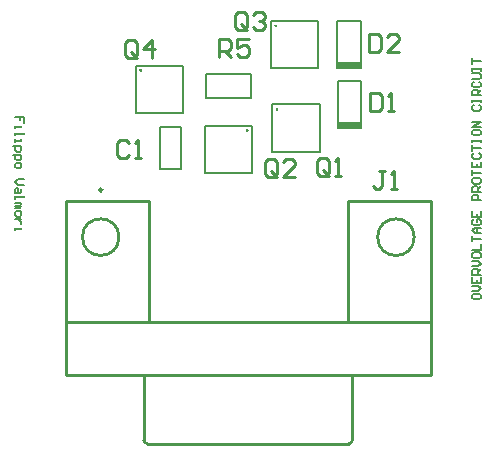
<source format=gto>
G04*
G04 #@! TF.GenerationSoftware,Altium Limited,Altium Designer,18.1.7 (191)*
G04*
G04 Layer_Color=65535*
%FSLAX44Y44*%
%MOMM*%
G71*
G01*
G75*
%ADD10C,0.2540*%
%ADD11C,0.2900*%
%ADD12C,0.2000*%
%ADD13C,0.1500*%
%ADD14R,2.0000X0.5000*%
D10*
X234429Y297571D02*
G03*
X234600Y297500I71J-71D01*
G01*
X235429Y227071D02*
G03*
X235600Y227000I71J-71D01*
G01*
X210321Y208821D02*
G03*
X210250Y208650I-71J-71D01*
G01*
X119929Y259821D02*
G03*
X120100Y259750I71J-71D01*
G01*
X122700Y-53350D02*
G03*
X125528Y-56178I2828J0D01*
G01*
X351700Y118650D02*
G03*
X351700Y118650I-15500J0D01*
G01*
X101700D02*
G03*
X101700Y118650I-15500J0D01*
G01*
X296372Y-56178D02*
G03*
X299200Y-53350I0J2828D01*
G01*
Y900D01*
X122700Y-53350D02*
Y650D01*
X126700Y46650D02*
Y149650D01*
X295700D02*
X365700D01*
X56700D02*
X126700D01*
X56700Y1650D02*
X365700D01*
X56700D02*
Y149650D01*
X365700Y1650D02*
Y149650D01*
X56700Y46650D02*
X365700D01*
X295700D02*
Y149650D01*
X125528Y-56178D02*
X296372D01*
X279157Y172539D02*
Y182696D01*
X276618Y185235D01*
X271539D01*
X269000Y182696D01*
Y172539D01*
X271539Y170000D01*
X276618D01*
X274078Y175078D02*
X279157Y170000D01*
X276618D02*
X279157Y172539D01*
X284235Y170000D02*
X289313D01*
X286774D01*
Y185235D01*
X284235Y182696D01*
X117157Y272539D02*
Y282696D01*
X114618Y285235D01*
X109539D01*
X107000Y282696D01*
Y272539D01*
X109539Y270000D01*
X114618D01*
X112078Y275078D02*
X117157Y270000D01*
X114618D02*
X117157Y272539D01*
X129853Y270000D02*
Y285235D01*
X122235Y277617D01*
X132392D01*
X326657Y174485D02*
X321578D01*
X324118D01*
Y161789D01*
X321578Y159250D01*
X319039D01*
X316500Y161789D01*
X331735Y159250D02*
X336813D01*
X334274D01*
Y174485D01*
X331735Y171946D01*
X186000Y270750D02*
Y285985D01*
X193617D01*
X196157Y283446D01*
Y278368D01*
X193617Y275828D01*
X186000D01*
X191078D02*
X196157Y270750D01*
X211392Y285985D02*
X201235D01*
Y278368D01*
X206313Y280907D01*
X208853D01*
X211392Y278368D01*
Y273289D01*
X208853Y270750D01*
X203774D01*
X201235Y273289D01*
X210157Y296539D02*
Y306696D01*
X207617Y309235D01*
X202539D01*
X200000Y306696D01*
Y296539D01*
X202539Y294000D01*
X207617D01*
X205078Y299078D02*
X210157Y294000D01*
X207617D02*
X210157Y296539D01*
X215235Y306696D02*
X217774Y309235D01*
X222853D01*
X225392Y306696D01*
Y304157D01*
X222853Y301618D01*
X220313D01*
X222853D01*
X225392Y299078D01*
Y296539D01*
X222853Y294000D01*
X217774D01*
X215235Y296539D01*
X235407Y172039D02*
Y182196D01*
X232868Y184735D01*
X227789D01*
X225250Y182196D01*
Y172039D01*
X227789Y169500D01*
X232868D01*
X230328Y174578D02*
X235407Y169500D01*
X232868D02*
X235407Y172039D01*
X250642Y169500D02*
X240485D01*
X250642Y179657D01*
Y182196D01*
X248103Y184735D01*
X243024D01*
X240485Y182196D01*
X313500Y290735D02*
Y275500D01*
X321118D01*
X323657Y278039D01*
Y288196D01*
X321118Y290735D01*
X313500D01*
X338892Y275500D02*
X328735D01*
X338892Y285657D01*
Y288196D01*
X336353Y290735D01*
X331274D01*
X328735Y288196D01*
X314000Y240485D02*
Y225250D01*
X321618D01*
X324157Y227789D01*
Y237946D01*
X321618Y240485D01*
X314000D01*
X329235Y225250D02*
X334313D01*
X331774D01*
Y240485D01*
X329235Y237946D01*
X110157Y198696D02*
X107618Y201235D01*
X102539D01*
X100000Y198696D01*
Y188539D01*
X102539Y186000D01*
X107618D01*
X110157Y188539D01*
X115235Y186000D02*
X120313D01*
X117774D01*
Y201235D01*
X115235Y198696D01*
D11*
X87614Y158650D02*
G03*
X87614Y158650I-1414J0D01*
G01*
D02*
G03*
X87614Y158650I-1414J0D01*
G01*
D12*
X230500Y261500D02*
Y301500D01*
X270500D01*
Y261500D02*
Y301500D01*
X230500Y261500D02*
X270500D01*
X231500Y191000D02*
X271500D01*
Y231000D01*
X231500D02*
X271500D01*
X231500Y191000D02*
Y231000D01*
X174250Y172750D02*
X214250D01*
X174250Y212750D02*
X214250D01*
X174250Y172750D02*
Y212750D01*
X214250Y172750D02*
Y212750D01*
X156000Y223750D02*
Y263750D01*
X116000Y223750D02*
Y263750D01*
Y223750D02*
X156000D01*
X116000Y263750D02*
X156000D01*
X175200Y236590D02*
X213300D01*
X175200D02*
Y256910D01*
X213300D01*
Y236590D02*
Y256910D01*
X286750Y210750D02*
Y250750D01*
Y210750D02*
X306750D01*
Y250750D01*
X286750D02*
X306750D01*
X286250Y261500D02*
Y301500D01*
Y261500D02*
X306250D01*
Y301500D01*
X286250D02*
X306250D01*
X136610Y175970D02*
Y211530D01*
Y175970D02*
X154390D01*
Y211530D01*
X136610D02*
X154390D01*
D13*
X20998Y215335D02*
Y220000D01*
X17499D01*
Y217667D01*
Y220000D01*
X14000D01*
Y213002D02*
Y210670D01*
Y211836D01*
X18665D01*
Y213002D01*
X14000Y207171D02*
Y204838D01*
Y206005D01*
X20998D01*
Y207171D01*
X14000Y201339D02*
Y199007D01*
Y200173D01*
X18665D01*
Y201339D01*
X11667Y195508D02*
X18665D01*
Y192009D01*
X17499Y190843D01*
X15166D01*
X14000Y192009D01*
Y195508D01*
X11667Y188510D02*
X18665D01*
Y185011D01*
X17499Y183845D01*
X15166D01*
X14000Y185011D01*
Y188510D01*
Y180346D02*
Y178013D01*
X15166Y176847D01*
X17499D01*
X18665Y178013D01*
Y180346D01*
X17499Y181512D01*
X15166D01*
X14000Y180346D01*
X20998Y167517D02*
X16333D01*
X14000Y165184D01*
X16333Y162852D01*
X20998D01*
X18665Y159353D02*
Y157020D01*
X17499Y155854D01*
X14000D01*
Y159353D01*
X15166Y160519D01*
X16333Y159353D01*
Y155854D01*
X14000Y153521D02*
Y151189D01*
Y152355D01*
X20998D01*
Y153521D01*
X14000Y147690D02*
X18665D01*
Y146524D01*
X17499Y145357D01*
X14000D01*
X17499D01*
X18665Y144191D01*
X17499Y143025D01*
X14000D01*
Y139526D02*
Y137193D01*
X15166Y136027D01*
X17499D01*
X18665Y137193D01*
Y139526D01*
X17499Y140692D01*
X15166D01*
X14000Y139526D01*
X18665Y133694D02*
X14000D01*
X16333D01*
X17499Y132528D01*
X18665Y131362D01*
Y130196D01*
X14000Y126697D02*
Y124364D01*
Y125530D01*
X18665D01*
Y126697D01*
X401002Y69499D02*
Y67166D01*
X402169Y66000D01*
X406834D01*
X408000Y67166D01*
Y69499D01*
X406834Y70665D01*
X402169D01*
X401002Y69499D01*
Y72998D02*
X405667D01*
X408000Y75330D01*
X405667Y77663D01*
X401002D01*
Y84661D02*
Y79995D01*
X408000D01*
Y84661D01*
X404501Y79995D02*
Y82328D01*
X408000Y86993D02*
X401002D01*
Y90492D01*
X402169Y91658D01*
X404501D01*
X405667Y90492D01*
Y86993D01*
Y89326D02*
X408000Y91658D01*
X401002Y93991D02*
X405667D01*
X408000Y96324D01*
X405667Y98656D01*
X401002D01*
Y104488D02*
Y102155D01*
X402169Y100989D01*
X406834D01*
X408000Y102155D01*
Y104488D01*
X406834Y105654D01*
X402169D01*
X401002Y104488D01*
Y107986D02*
X408000D01*
Y112652D01*
X401002Y114984D02*
Y119649D01*
Y117317D01*
X408000D01*
Y121982D02*
X403335D01*
X401002Y124315D01*
X403335Y126647D01*
X408000D01*
X404501D01*
Y121982D01*
X402169Y133645D02*
X401002Y132479D01*
Y130146D01*
X402169Y128980D01*
X406834D01*
X408000Y130146D01*
Y132479D01*
X406834Y133645D01*
X404501D01*
Y131312D01*
X401002Y140643D02*
Y135977D01*
X408000D01*
Y140643D01*
X404501Y135977D02*
Y138310D01*
X408000Y149973D02*
X401002D01*
Y153472D01*
X402169Y154638D01*
X404501D01*
X405667Y153472D01*
Y149973D01*
X408000Y156971D02*
X401002D01*
Y160470D01*
X402169Y161636D01*
X404501D01*
X405667Y160470D01*
Y156971D01*
Y159303D02*
X408000Y161636D01*
X401002Y167467D02*
Y165135D01*
X402169Y163969D01*
X406834D01*
X408000Y165135D01*
Y167467D01*
X406834Y168634D01*
X402169D01*
X401002Y167467D01*
Y170966D02*
Y175631D01*
Y173299D01*
X408000D01*
X401002Y182629D02*
Y177964D01*
X408000D01*
Y182629D01*
X404501Y177964D02*
Y180297D01*
X402169Y189627D02*
X401002Y188461D01*
Y186128D01*
X402169Y184962D01*
X406834D01*
X408000Y186128D01*
Y188461D01*
X406834Y189627D01*
X401002Y191959D02*
Y196625D01*
Y194292D01*
X408000D01*
X401002Y198957D02*
Y201290D01*
Y200124D01*
X408000D01*
Y198957D01*
Y201290D01*
X401002Y208288D02*
Y205955D01*
X402169Y204789D01*
X406834D01*
X408000Y205955D01*
Y208288D01*
X406834Y209454D01*
X402169D01*
X401002Y208288D01*
X408000Y211786D02*
X401002D01*
X408000Y216452D01*
X401002D01*
X402169Y230447D02*
X401002Y229281D01*
Y226948D01*
X402169Y225782D01*
X406834D01*
X408000Y226948D01*
Y229281D01*
X406834Y230447D01*
X401002Y232780D02*
Y235112D01*
Y233946D01*
X408000D01*
Y232780D01*
Y235112D01*
Y238611D02*
X401002D01*
Y242110D01*
X402169Y243276D01*
X404501D01*
X405667Y242110D01*
Y238611D01*
Y240944D02*
X408000Y243276D01*
X402169Y250274D02*
X401002Y249108D01*
Y246775D01*
X402169Y245609D01*
X406834D01*
X408000Y246775D01*
Y249108D01*
X406834Y250274D01*
X401002Y252607D02*
X406834D01*
X408000Y253773D01*
Y256106D01*
X406834Y257272D01*
X401002D01*
Y259604D02*
Y261937D01*
Y260771D01*
X408000D01*
Y259604D01*
Y261937D01*
X401002Y265436D02*
Y270101D01*
Y267768D01*
X408000D01*
D14*
X296750Y213250D02*
D03*
X296250Y264000D02*
D03*
M02*

</source>
